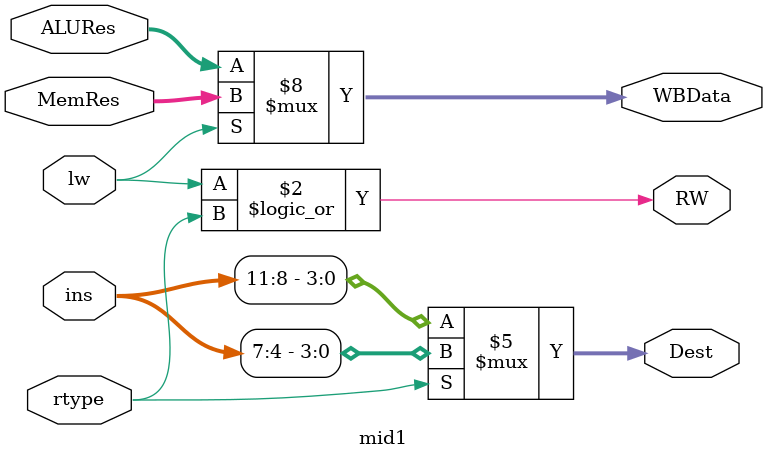
<source format=v>
`timescale 1ns / 1ps
module mid1(rtype, lw, ins, Dest, ALURes, MemRes, WBData, RW
    );
	 input rtype;
	 input lw;
	 input [19:0] ins;
	 output reg [3:0] Dest;
	 input [19:0] ALURes;
	 input [19:0] MemRes;
	 output reg [19:0] WBData;
	 output reg RW;
	 
	 always @(*)
	 begin
	 RW = lw || rtype;
	 if(lw)
	 WBData = MemRes;
	 else
	 WBData = ALURes;
	 
	 if(rtype == 1)
	 Dest = ins[7:4];
	 else
	 Dest = ins[11:8];
	 end

endmodule

</source>
